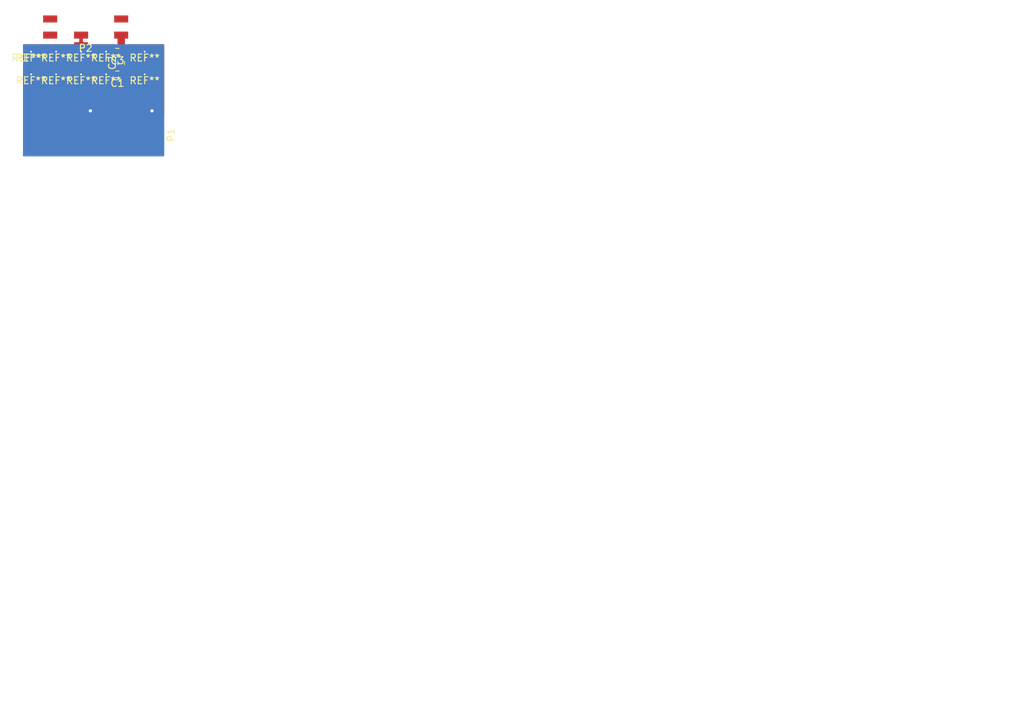
<source format=kicad_pcb>
(kicad_pcb (version 4) (host pcbnew 4.0.5)

  (general
    (links 28)
    (no_connects 5)
    (area 0 0 0 0)
    (thickness 1.6)
    (drawings 7)
    (tracks 0)
    (zones 0)
    (modules 16)
    (nets 5)
  )

  (page A4)
  (layers
    (0 F.Cu signal)
    (31 B.Cu signal)
    (32 B.Adhes user)
    (33 F.Adhes user)
    (34 B.Paste user)
    (35 F.Paste user)
    (36 B.SilkS user)
    (37 F.SilkS user)
    (38 B.Mask user)
    (39 F.Mask user)
    (40 Dwgs.User user)
    (41 Cmts.User user)
    (42 Eco1.User user)
    (43 Eco2.User user)
    (44 Edge.Cuts user)
    (45 Margin user)
    (46 B.CrtYd user)
    (47 F.CrtYd user)
    (48 B.Fab user)
    (49 F.Fab user)
  )

  (setup
    (last_trace_width 0.9652)
    (trace_clearance 0.3048)
    (zone_clearance 0.254)
    (zone_45_only yes)
    (trace_min 0.127)
    (segment_width 0.2)
    (edge_width 0.15)
    (via_size 0.508)
    (via_drill 0.254)
    (via_min_size 0.254)
    (via_min_drill 0.254)
    (uvia_size 0.2032)
    (uvia_drill 0.1524)
    (uvias_allowed no)
    (uvia_min_size 0.2032)
    (uvia_min_drill 0.1524)
    (pcb_text_width 0.3)
    (pcb_text_size 1.5 1.5)
    (mod_edge_width 0.15)
    (mod_text_size 1 1)
    (mod_text_width 0.15)
    (pad_size 0.3556 0.3556)
    (pad_drill 0.254)
    (pad_to_mask_clearance 0.2)
    (aux_axis_origin 129.6416 114.4778)
    (grid_origin 129.6416 114.4778)
    (visible_elements FFFFFF5F)
    (pcbplotparams
      (layerselection 0x030f0_80000001)
      (usegerberextensions false)
      (excludeedgelayer true)
      (linewidth 0.127000)
      (plotframeref false)
      (viasonmask false)
      (mode 1)
      (useauxorigin true)
      (hpglpennumber 1)
      (hpglpenspeed 20)
      (hpglpendiameter 15)
      (hpglpenoverlay 2)
      (psnegative false)
      (psa4output false)
      (plotreference true)
      (plotvalue true)
      (plotinvisibletext false)
      (padsonsilk false)
      (subtractmaskfromsilk false)
      (outputformat 1)
      (mirror false)
      (drillshape 0)
      (scaleselection 1)
      (outputdirectory ""))
  )

  (net 0 "")
  (net 1 "Net-(C1-Pad1)")
  (net 2 GND)
  (net 3 "Net-(P2-Pad2)")
  (net 4 "Net-(C2-Pad2)")

  (net_class Default "This is the default net class."
    (clearance 0.3048)
    (trace_width 0.9652)
    (via_dia 0.508)
    (via_drill 0.254)
    (uvia_dia 0.2032)
    (uvia_drill 0.1524)
    (add_net GND)
    (add_net "Net-(C1-Pad1)")
    (add_net "Net-(C2-Pad2)")
    (add_net "Net-(P2-Pad2)")
  )

  (module Capacitors_SMD:C_0402 (layer F.Cu) (tedit 58AA841A) (tstamp 58AFF6F2)
    (at 143.0655 102.7938 180)
    (descr "Capacitor SMD 0402, reflow soldering, AVX (see smccp.pdf)")
    (tags "capacitor 0402")
    (path /58AFF2AE)
    (attr smd)
    (fp_text reference C1 (at 0 -1.27 180) (layer F.SilkS)
      (effects (font (size 1 1) (thickness 0.15)))
    )
    (fp_text value C (at 0 1.27 180) (layer F.Fab)
      (effects (font (size 1 1) (thickness 0.15)))
    )
    (fp_text user %R (at 0 -1.27 180) (layer F.Fab)
      (effects (font (size 1 1) (thickness 0.15)))
    )
    (fp_line (start -0.5 0.25) (end -0.5 -0.25) (layer F.Fab) (width 0.1))
    (fp_line (start 0.5 0.25) (end -0.5 0.25) (layer F.Fab) (width 0.1))
    (fp_line (start 0.5 -0.25) (end 0.5 0.25) (layer F.Fab) (width 0.1))
    (fp_line (start -0.5 -0.25) (end 0.5 -0.25) (layer F.Fab) (width 0.1))
    (fp_line (start 0.25 -0.47) (end -0.25 -0.47) (layer F.SilkS) (width 0.12))
    (fp_line (start -0.25 0.47) (end 0.25 0.47) (layer F.SilkS) (width 0.12))
    (fp_line (start -1 -0.4) (end 1 -0.4) (layer F.CrtYd) (width 0.05))
    (fp_line (start -1 -0.4) (end -1 0.4) (layer F.CrtYd) (width 0.05))
    (fp_line (start 1 0.4) (end 1 -0.4) (layer F.CrtYd) (width 0.05))
    (fp_line (start 1 0.4) (end -1 0.4) (layer F.CrtYd) (width 0.05))
    (pad 1 smd rect (at -0.55 0 180) (size 0.6 0.5) (layers F.Cu F.Paste F.Mask)
      (net 1 "Net-(C1-Pad1)"))
    (pad 2 smd rect (at 0.55 0 180) (size 0.6 0.5) (layers F.Cu F.Paste F.Mask)
      (net 2 GND))
    (model Capacitors_SMD.3dshapes/C_0402.wrl
      (at (xyz 0 0 0))
      (scale (xyz 1 1 1))
      (rotate (xyz 0 0 0))
    )
  )

  (module Capacitors_SMD:C_0402 (layer F.Cu) (tedit 58AA841A) (tstamp 58AFF703)
    (at 143.6116 101.1809 90)
    (descr "Capacitor SMD 0402, reflow soldering, AVX (see smccp.pdf)")
    (tags "capacitor 0402")
    (path /58AFF321)
    (attr smd)
    (fp_text reference C2 (at 0 -1.27 90) (layer F.SilkS)
      (effects (font (size 1 1) (thickness 0.15)))
    )
    (fp_text value C (at 0 1.27 90) (layer F.Fab)
      (effects (font (size 1 1) (thickness 0.15)))
    )
    (fp_text user %R (at 0 -1.27 90) (layer F.Fab)
      (effects (font (size 1 1) (thickness 0.15)))
    )
    (fp_line (start -0.5 0.25) (end -0.5 -0.25) (layer F.Fab) (width 0.1))
    (fp_line (start 0.5 0.25) (end -0.5 0.25) (layer F.Fab) (width 0.1))
    (fp_line (start 0.5 -0.25) (end 0.5 0.25) (layer F.Fab) (width 0.1))
    (fp_line (start -0.5 -0.25) (end 0.5 -0.25) (layer F.Fab) (width 0.1))
    (fp_line (start 0.25 -0.47) (end -0.25 -0.47) (layer F.SilkS) (width 0.12))
    (fp_line (start -0.25 0.47) (end 0.25 0.47) (layer F.SilkS) (width 0.12))
    (fp_line (start -1 -0.4) (end 1 -0.4) (layer F.CrtYd) (width 0.05))
    (fp_line (start -1 -0.4) (end -1 0.4) (layer F.CrtYd) (width 0.05))
    (fp_line (start 1 0.4) (end 1 -0.4) (layer F.CrtYd) (width 0.05))
    (fp_line (start 1 0.4) (end -1 0.4) (layer F.CrtYd) (width 0.05))
    (pad 1 smd rect (at -0.55 0 90) (size 0.6 0.5) (layers F.Cu F.Paste F.Mask)
      (net 1 "Net-(C1-Pad1)"))
    (pad 2 smd rect (at 0.55 0 90) (size 0.6 0.5) (layers F.Cu F.Paste F.Mask)
      (net 4 "Net-(C2-Pad2)"))
    (model Capacitors_SMD.3dshapes/C_0402.wrl
      (at (xyz 0 0 0))
      (scale (xyz 1 1 1))
      (rotate (xyz 0 0 0))
    )
  )

  (module Capacitors_SMD:C_0402 (layer F.Cu) (tedit 58AA841A) (tstamp 58AFF714)
    (at 143.0655 99.568 180)
    (descr "Capacitor SMD 0402, reflow soldering, AVX (see smccp.pdf)")
    (tags "capacitor 0402")
    (path /58AFF346)
    (attr smd)
    (fp_text reference C3 (at 0 -1.27 180) (layer F.SilkS)
      (effects (font (size 1 1) (thickness 0.15)))
    )
    (fp_text value C (at 0 1.27 180) (layer F.Fab)
      (effects (font (size 1 1) (thickness 0.15)))
    )
    (fp_text user %R (at 0 -1.27 180) (layer F.Fab)
      (effects (font (size 1 1) (thickness 0.15)))
    )
    (fp_line (start -0.5 0.25) (end -0.5 -0.25) (layer F.Fab) (width 0.1))
    (fp_line (start 0.5 0.25) (end -0.5 0.25) (layer F.Fab) (width 0.1))
    (fp_line (start 0.5 -0.25) (end 0.5 0.25) (layer F.Fab) (width 0.1))
    (fp_line (start -0.5 -0.25) (end 0.5 -0.25) (layer F.Fab) (width 0.1))
    (fp_line (start 0.25 -0.47) (end -0.25 -0.47) (layer F.SilkS) (width 0.12))
    (fp_line (start -0.25 0.47) (end 0.25 0.47) (layer F.SilkS) (width 0.12))
    (fp_line (start -1 -0.4) (end 1 -0.4) (layer F.CrtYd) (width 0.05))
    (fp_line (start -1 -0.4) (end -1 0.4) (layer F.CrtYd) (width 0.05))
    (fp_line (start 1 0.4) (end 1 -0.4) (layer F.CrtYd) (width 0.05))
    (fp_line (start 1 0.4) (end -1 0.4) (layer F.CrtYd) (width 0.05))
    (pad 1 smd rect (at -0.55 0 180) (size 0.6 0.5) (layers F.Cu F.Paste F.Mask)
      (net 4 "Net-(C2-Pad2)"))
    (pad 2 smd rect (at 0.55 0 180) (size 0.6 0.5) (layers F.Cu F.Paste F.Mask)
      (net 2 GND))
    (model Capacitors_SMD.3dshapes/C_0402.wrl
      (at (xyz 0 0 0))
      (scale (xyz 1 1 1))
      (rotate (xyz 0 0 0))
    )
  )

  (module Connectors_Molex:Molex_SMA_Jack_Edge_Mount (layer F.Cu) (tedit 587D2992) (tstamp 58AFF739)
    (at 143.6116 109.7153 90)
    (descr "Molex SMA Jack, Edge Mount, http://www.molex.com/pdm_docs/sd/732511150_sd.pdf")
    (tags "sma edge")
    (path /58AFF1E9)
    (attr smd)
    (fp_text reference P1 (at -1.72 7.11 90) (layer F.SilkS)
      (effects (font (size 1 1) (thickness 0.15)))
    )
    (fp_text value CONN_01X02 (at -1.72 -7.11 90) (layer F.Fab)
      (effects (font (size 1 1) (thickness 0.15)))
    )
    (fp_line (start -4.76 -0.38) (end 0.49 -0.38) (layer F.Fab) (width 0.1))
    (fp_line (start -4.76 0.38) (end 0.49 0.38) (layer F.Fab) (width 0.1))
    (fp_line (start 0.49 -0.38) (end 0.49 0.38) (layer F.Fab) (width 0.1))
    (fp_line (start 0.49 3.75) (end 0.49 4.76) (layer F.Fab) (width 0.1))
    (fp_line (start 0.49 -4.76) (end 0.49 -3.75) (layer F.Fab) (width 0.1))
    (fp_line (start -14.29 -6.09) (end -14.29 6.09) (layer F.CrtYd) (width 0.05))
    (fp_line (start -14.29 6.09) (end 2.71 6.09) (layer F.CrtYd) (width 0.05))
    (fp_line (start 2.71 -6.09) (end 2.71 6.09) (layer B.CrtYd) (width 0.05))
    (fp_line (start -14.29 -6.09) (end 2.71 -6.09) (layer B.CrtYd) (width 0.05))
    (fp_line (start -14.29 -6.09) (end -14.29 6.09) (layer B.CrtYd) (width 0.05))
    (fp_line (start -14.29 6.09) (end 2.71 6.09) (layer B.CrtYd) (width 0.05))
    (fp_line (start 2.71 -6.09) (end 2.71 6.09) (layer F.CrtYd) (width 0.05))
    (fp_line (start 2.71 -6.09) (end -14.29 -6.09) (layer F.CrtYd) (width 0.05))
    (fp_line (start -4.76 -3.75) (end 0.49 -3.75) (layer F.Fab) (width 0.1))
    (fp_line (start -4.76 3.75) (end 0.49 3.75) (layer F.Fab) (width 0.1))
    (fp_line (start -13.79 -2.65) (end -5.91 -2.65) (layer F.Fab) (width 0.1))
    (fp_line (start -13.79 -2.65) (end -13.79 2.65) (layer F.Fab) (width 0.1))
    (fp_line (start -13.79 2.65) (end -5.91 2.65) (layer F.Fab) (width 0.1))
    (fp_line (start -4.76 -3.75) (end -4.76 3.75) (layer F.Fab) (width 0.1))
    (fp_line (start 0.49 -4.76) (end -5.91 -4.76) (layer F.Fab) (width 0.1))
    (fp_line (start -5.91 -4.76) (end -5.91 4.76) (layer F.Fab) (width 0.1))
    (fp_line (start -5.91 4.76) (end 0.49 4.76) (layer F.Fab) (width 0.1))
    (pad 1 smd rect (at -1.72 0 90) (size 5.08 2.29) (layers F.Cu F.Paste F.Mask)
      (net 1 "Net-(C1-Pad1)"))
    (pad 2 smd rect (at -1.72 -4.38 90) (size 5.08 2.42) (layers F.Cu F.Paste F.Mask)
      (net 2 GND))
    (pad 2 smd rect (at -1.72 4.38 90) (size 5.08 2.42) (layers F.Cu F.Paste F.Mask)
      (net 2 GND))
    (pad 2 smd rect (at -1.72 -4.38 90) (size 5.08 2.42) (layers B.Cu B.Paste B.Mask)
      (net 2 GND))
    (pad 2 smd rect (at -1.72 4.38 90) (size 5.08 2.42) (layers B.Cu B.Paste B.Mask)
      (net 2 GND))
    (pad 2 thru_hole circle (at 1.72 -4.38 90) (size 0.97 0.97) (drill 0.46) (layers *.Cu)
      (net 2 GND))
    (pad 2 thru_hole circle (at 1.72 4.38 90) (size 0.97 0.97) (drill 0.46) (layers *.Cu)
      (net 2 GND))
    (pad 2 smd rect (at 1.27 -4.38 90) (size 0.89 0.46) (layers F.Cu)
      (net 2 GND))
    (pad 2 smd rect (at 1.27 4.38 90) (size 0.89 0.46) (layers F.Cu)
      (net 2 GND))
    (pad 2 smd rect (at 1.27 -4.38 90) (size 0.89 0.46) (layers B.Cu)
      (net 2 GND))
    (pad 2 smd rect (at 1.27 4.38 90) (size 0.89 0.46) (layers B.Cu)
      (net 2 GND))
  )

  (module Chip_Antennas:Antenova_Rufa_A5887 (layer F.Cu) (tedit 58AFF7C7) (tstamp 58AFFA06)
    (at 138.557 96.0628)
    (path /58AFFE4A)
    (fp_text reference P2 (at 0 3) (layer F.SilkS)
      (effects (font (size 1 1) (thickness 0.15)))
    )
    (fp_text value CONN_01X03 (at 0 -3) (layer F.Fab)
      (effects (font (size 1 1) (thickness 0.15)))
    )
    (fp_line (start -8.4 2.45) (end -8.4 -1.95) (layer F.CrtYd) (width 0.15))
    (fp_line (start -8.4 -1.95) (end 8.4 -1.95) (layer F.CrtYd) (width 0.15))
    (fp_line (start 8.4 -1.95) (end 8.4 2.45) (layer F.CrtYd) (width 0.15))
    (fp_line (start 8.4 2.45) (end -8.4 2.45) (layer F.CrtYd) (width 0.15))
    (fp_line (start -6.4 1.95) (end -6.4 -1.95) (layer F.Fab) (width 0.15))
    (fp_line (start -6.4 -1.95) (end 6.4 -1.95) (layer F.Fab) (width 0.15))
    (fp_line (start 6.4 -1.95) (end 6.4 1.95) (layer F.Fab) (width 0.15))
    (fp_line (start 6.4 1.95) (end -6.4 1.95) (layer F.Fab) (width 0.15))
    (pad 3 smd rect (at -0.65 1.15) (size 2 1) (layers F.Cu F.Paste F.Mask)
      (net 2 GND))
    (pad 1 smd rect (at 5.05 1.15) (size 2 1) (layers F.Cu F.Paste F.Mask)
      (net 4 "Net-(C2-Pad2)"))
    (pad 2 smd rect (at 5.05 -1.15) (size 2 1) (layers F.Cu F.Paste F.Mask)
      (net 3 "Net-(P2-Pad2)"))
    (pad 2 smd rect (at -5.05 1.15) (size 2 1) (layers F.Cu F.Paste F.Mask)
      (net 3 "Net-(P2-Pad2)"))
    (pad 2 smd rect (at -5.05 -1.15) (size 2 1) (layers F.Cu F.Paste F.Mask)
      (net 3 "Net-(P2-Pad2)"))
  )

  (module Other:Via_Stitch (layer F.Cu) (tedit 58B00F96) (tstamp 58B00F80)
    (at 137.9093 99.568)
    (fp_text reference REF** (at 0 0.889) (layer F.SilkS)
      (effects (font (size 1 1) (thickness 0.15)))
    )
    (fp_text value Via_Stitch (at 0 -0.889) (layer F.Fab)
      (effects (font (size 1 1) (thickness 0.15)))
    )
    (pad 1 thru_hole circle (at 0 0) (size 0.3556 0.3556) (drill 0.254) (layers *.Cu F.Adhes)
      (net 2 GND) (zone_connect 2))
  )

  (module Other:Via_Stitch (layer F.Cu) (tedit 58B010A6) (tstamp 58B0100D)
    (at 130.1623 99.568)
    (fp_text reference REF** (at 0 0.889) (layer F.SilkS)
      (effects (font (size 1 1) (thickness 0.15)))
    )
    (fp_text value Via_Stitch (at 0 -0.889) (layer F.Fab)
      (effects (font (size 1 1) (thickness 0.15)))
    )
  )

  (module Other:Via_Stitch (layer F.Cu) (tedit 58B0109A) (tstamp 58B0106E)
    (at 141.4653 99.568)
    (fp_text reference REF** (at 0 0.889) (layer F.SilkS)
      (effects (font (size 1 1) (thickness 0.15)))
    )
    (fp_text value Via_Stitch (at 0 -0.889) (layer F.Fab)
      (effects (font (size 1 1) (thickness 0.15)))
    )
    (pad 1 thru_hole circle (at 0 0) (size 0.3556 0.3556) (drill 0.254) (layers *.Cu F.Adhes)
      (net 2 GND) (zone_connect 2))
  )

  (module Other:Via_Stitch (layer F.Cu) (tedit 58B01177) (tstamp 58B010DE)
    (at 134.3533 99.568)
    (fp_text reference REF** (at 0 0.889) (layer F.SilkS)
      (effects (font (size 1 1) (thickness 0.15)))
    )
    (fp_text value Via_Stitch (at 0 -0.889) (layer F.Fab)
      (effects (font (size 1 1) (thickness 0.15)))
    )
    (pad 1 thru_hole circle (at 0 0) (size 0.3556 0.3556) (drill 0.254) (layers *.Cu F.Adhes)
      (net 2 GND) (zone_connect 2))
  )

  (module Other:Via_Stitch (layer F.Cu) (tedit 58B0117D) (tstamp 58B010F4)
    (at 130.7973 99.568)
    (fp_text reference REF** (at 0 0.889) (layer F.SilkS)
      (effects (font (size 1 1) (thickness 0.15)))
    )
    (fp_text value Via_Stitch (at 0 -0.889) (layer F.Fab)
      (effects (font (size 1 1) (thickness 0.15)))
    )
    (pad 1 thru_hole circle (at 0 0) (size 0.3556 0.3556) (drill 0.254) (layers *.Cu F.Adhes)
      (net 2 GND) (zone_connect 2))
  )

  (module Other:Via_Stitch (layer F.Cu) (tedit 58B0119F) (tstamp 58B0113B)
    (at 141.4653 102.7938)
    (fp_text reference REF** (at 0 0.889) (layer F.SilkS)
      (effects (font (size 1 1) (thickness 0.15)))
    )
    (fp_text value Via_Stitch (at 0 -0.889) (layer F.Fab)
      (effects (font (size 1 1) (thickness 0.15)))
    )
    (pad 1 thru_hole circle (at 0 0) (size 0.3556 0.3556) (drill 0.254) (layers *.Cu F.Adhes)
      (net 2 GND) (zone_connect 2))
  )

  (module Other:Via_Stitch (layer F.Cu) (tedit 58B0119A) (tstamp 58B01151)
    (at 137.9093 102.7938)
    (fp_text reference REF** (at 0 0.889) (layer F.SilkS)
      (effects (font (size 1 1) (thickness 0.15)))
    )
    (fp_text value Via_Stitch (at 0 -0.889) (layer F.Fab)
      (effects (font (size 1 1) (thickness 0.15)))
    )
    (pad 1 thru_hole circle (at 0 0) (size 0.3556 0.3556) (drill 0.254) (layers *.Cu F.Adhes)
      (net 2 GND) (zone_connect 2))
  )

  (module Other:Via_Stitch (layer F.Cu) (tedit 58B01192) (tstamp 58B01161)
    (at 134.3533 102.7938)
    (fp_text reference REF** (at 0 0.889) (layer F.SilkS)
      (effects (font (size 1 1) (thickness 0.15)))
    )
    (fp_text value Via_Stitch (at 0 -0.889) (layer F.Fab)
      (effects (font (size 1 1) (thickness 0.15)))
    )
    (pad 1 thru_hole circle (at 0 0) (size 0.3556 0.3556) (drill 0.254) (layers *.Cu F.Adhes)
      (net 2 GND) (zone_connect 2))
  )

  (module Other:Via_Stitch (layer F.Cu) (tedit 58B0118C) (tstamp 58B01170)
    (at 130.7973 102.7938)
    (fp_text reference REF** (at 0 0.889) (layer F.SilkS)
      (effects (font (size 1 1) (thickness 0.15)))
    )
    (fp_text value Via_Stitch (at 0 -0.889) (layer F.Fab)
      (effects (font (size 1 1) (thickness 0.15)))
    )
    (pad 1 thru_hole circle (at 0 0) (size 0.3556 0.3556) (drill 0.254) (layers *.Cu F.Adhes)
      (net 2 GND) (zone_connect 2))
  )

  (module Other:Via_Stitch (layer F.Cu) (tedit 58B01340) (tstamp 58B011F1)
    (at 146.9517 99.568)
    (fp_text reference REF** (at 0 0.889) (layer F.SilkS)
      (effects (font (size 1 1) (thickness 0.15)))
    )
    (fp_text value Via_Stitch (at 0 -0.889) (layer F.Fab)
      (effects (font (size 1 1) (thickness 0.15)))
    )
    (pad 1 thru_hole circle (at 0 0) (size 0.3556 0.3556) (drill 0.254) (layers *.Cu F.Adhes)
      (net 2 GND) (zone_connect 2))
  )

  (module Other:Via_Stitch (layer F.Cu) (tedit 58B0134A) (tstamp 58B01247)
    (at 146.9517 102.7938)
    (fp_text reference REF** (at 0 0.889) (layer F.SilkS)
      (effects (font (size 1 1) (thickness 0.15)))
    )
    (fp_text value Via_Stitch (at 0 -0.889) (layer F.Fab)
      (effects (font (size 1 1) (thickness 0.15)))
    )
    (pad 1 thru_hole circle (at 0 0) (size 0.3556 0.3556) (drill 0.254) (layers *.Cu F.Adhes)
      (net 2 GND) (zone_connect 2))
  )

  (gr_text 0.1 (at 269.9766 193.2178) (layer Cmts.User)
    (effects (font (size 1.5 1.5) (thickness 0.3)))
  )
  (gr_text "February 24, 2017" (at 216.6366 193.2178) (layer Cmts.User)
    (effects (font (size 1.5 1.5) (thickness 0.3)))
  )
  (gr_text "Antenova Rufa Chip Antenna Test Board" (at 209.0166 189.4078) (layer Cmts.User)
    (effects (font (size 1.5 1.5) (thickness 0.3)))
  )
  (gr_line (start 149.733 93.6117) (end 129.6416 93.6117) (angle 90) (layer Margin) (width 0.2))
  (gr_line (start 149.733 114.4778) (end 149.733 93.6117) (angle 90) (layer Margin) (width 0.2))
  (gr_line (start 129.6416 114.4778) (end 149.733 114.4778) (angle 90) (layer Margin) (width 0.2))
  (gr_line (start 129.6416 93.6117) (end 129.6416 114.4778) (angle 90) (layer Margin) (width 0.2))

  (zone (net 2) (net_name GND) (layer F.Cu) (tstamp 58AFFF8B) (hatch edge 0.508)
    (connect_pads (clearance 0.254))
    (min_thickness 0.254)
    (fill yes (arc_segments 16) (thermal_gap 0.508) (thermal_bridge_width 0.508))
    (polygon
      (pts
        (xy 138.8999 98.5139) (xy 149.733 98.5139) (xy 149.733 114.4778) (xy 129.6416 114.4778) (xy 129.6416 98.5139)
        (xy 136.906 98.5139) (xy 136.906 97.2058) (xy 138.8999 97.2058)
      )
    )
    (filled_polygon
      (pts
        (xy 138.054 97.3398) (xy 138.034 97.3398) (xy 138.034 98.18905) (xy 138.19275 98.3478) (xy 138.7729 98.3478)
        (xy 138.7729 98.5139) (xy 138.782906 98.56331) (xy 138.811347 98.604935) (xy 138.853741 98.632215) (xy 138.8999 98.6409)
        (xy 142.6972 98.6409) (xy 142.6972 98.78705) (xy 142.6425 98.84175) (xy 142.6425 99.443) (xy 142.6625 99.443)
        (xy 142.6625 99.693) (xy 142.6425 99.693) (xy 142.6425 100.29425) (xy 142.6972 100.34895) (xy 142.6972 100.9396)
        (xy 142.723256 101.078077) (xy 142.790094 101.181946) (xy 142.727217 101.27397) (xy 142.6972 101.4222) (xy 142.6972 102.01285)
        (xy 142.6425 102.06755) (xy 142.6425 102.6688) (xy 142.6625 102.6688) (xy 142.6625 102.9188) (xy 142.6425 102.9188)
        (xy 142.6425 103.52005) (xy 142.6972 103.57475) (xy 142.6972 108.455041) (xy 142.4666 108.455041) (xy 142.306585 108.48515)
        (xy 142.15962 108.579719) (xy 142.061027 108.724015) (xy 142.026341 108.8953) (xy 142.026341 113.9753) (xy 142.05645 114.135315)
        (xy 142.151019 114.28228) (xy 142.251302 114.3508) (xy 140.964125 114.3508) (xy 140.979927 114.334998) (xy 141.0766 114.101609)
        (xy 141.0766 111.72105) (xy 140.91785 111.5623) (xy 139.3586 111.5623) (xy 139.3586 111.5823) (xy 139.1046 111.5823)
        (xy 139.1046 111.5623) (xy 137.54535 111.5623) (xy 137.3866 111.72105) (xy 137.3866 114.101609) (xy 137.483273 114.334998)
        (xy 137.499075 114.3508) (xy 129.7686 114.3508) (xy 129.7686 108.768991) (xy 137.3866 108.768991) (xy 137.3866 111.14955)
        (xy 137.54535 111.3083) (xy 139.1046 111.3083) (xy 139.1046 111.2883) (xy 139.3586 111.2883) (xy 139.3586 111.3083)
        (xy 140.91785 111.3083) (xy 141.0766 111.14955) (xy 141.0766 108.768991) (xy 140.979927 108.535602) (xy 140.801299 108.356973)
        (xy 140.56791 108.2603) (xy 140.323729 108.2603) (xy 140.364749 108.136736) (xy 140.332618 107.692332) (xy 140.224368 107.430992)
        (xy 140.0108 107.395705) (xy 139.882915 107.52359) (xy 139.821299 107.461973) (xy 139.654438 107.392857) (xy 139.831195 107.2161)
        (xy 139.795908 107.002532) (xy 139.373036 106.862151) (xy 138.928632 106.894282) (xy 138.667292 107.002532) (xy 138.632005 107.2161)
        (xy 138.808762 107.392857) (xy 138.641901 107.461973) (xy 138.580285 107.52359) (xy 138.4524 107.395705) (xy 138.238832 107.430992)
        (xy 138.098451 107.853864) (xy 138.127837 108.2603) (xy 137.89529 108.2603) (xy 137.661901 108.356973) (xy 137.483273 108.535602)
        (xy 137.3866 108.768991) (xy 129.7686 108.768991) (xy 129.7686 103.07755) (xy 141.5805 103.07755) (xy 141.5805 103.17011)
        (xy 141.677173 103.403499) (xy 141.855802 103.582127) (xy 142.089191 103.6788) (xy 142.22975 103.6788) (xy 142.3885 103.52005)
        (xy 142.3885 102.9188) (xy 141.73925 102.9188) (xy 141.5805 103.07755) (xy 129.7686 103.07755) (xy 129.7686 102.41749)
        (xy 141.5805 102.41749) (xy 141.5805 102.51005) (xy 141.73925 102.6688) (xy 142.3885 102.6688) (xy 142.3885 102.06755)
        (xy 142.22975 101.9088) (xy 142.089191 101.9088) (xy 141.855802 102.005473) (xy 141.677173 102.184101) (xy 141.5805 102.41749)
        (xy 129.7686 102.41749) (xy 129.7686 99.85175) (xy 141.5805 99.85175) (xy 141.5805 99.94431) (xy 141.677173 100.177699)
        (xy 141.855802 100.356327) (xy 142.089191 100.453) (xy 142.22975 100.453) (xy 142.3885 100.29425) (xy 142.3885 99.693)
        (xy 141.73925 99.693) (xy 141.5805 99.85175) (xy 129.7686 99.85175) (xy 129.7686 99.19169) (xy 141.5805 99.19169)
        (xy 141.5805 99.28425) (xy 141.73925 99.443) (xy 142.3885 99.443) (xy 142.3885 98.84175) (xy 142.22975 98.683)
        (xy 142.089191 98.683) (xy 141.855802 98.779673) (xy 141.677173 98.958301) (xy 141.5805 99.19169) (xy 129.7686 99.19169)
        (xy 129.7686 98.6409) (xy 136.906 98.6409) (xy 136.95541 98.630894) (xy 136.997035 98.602453) (xy 137.024315 98.560059)
        (xy 137.033 98.5139) (xy 137.033 98.3478) (xy 137.62125 98.3478) (xy 137.78 98.18905) (xy 137.78 97.3398)
        (xy 137.76 97.3398) (xy 137.76 97.3328) (xy 138.054 97.3328)
      )
    )
    (filled_polygon
      (pts
        (xy 149.606 108.401674) (xy 149.561299 108.356973) (xy 149.32791 108.2603) (xy 149.083729 108.2603) (xy 149.124749 108.136736)
        (xy 149.092618 107.692332) (xy 148.984368 107.430992) (xy 148.7708 107.395705) (xy 148.642915 107.52359) (xy 148.581299 107.461973)
        (xy 148.414438 107.392857) (xy 148.591195 107.2161) (xy 148.555908 107.002532) (xy 148.133036 106.862151) (xy 147.688632 106.894282)
        (xy 147.427292 107.002532) (xy 147.392005 107.2161) (xy 147.568762 107.392857) (xy 147.401901 107.461973) (xy 147.340285 107.52359)
        (xy 147.2124 107.395705) (xy 146.998832 107.430992) (xy 146.858451 107.853864) (xy 146.887837 108.2603) (xy 146.65529 108.2603)
        (xy 146.421901 108.356973) (xy 146.243273 108.535602) (xy 146.1466 108.768991) (xy 146.1466 111.14955) (xy 146.30535 111.3083)
        (xy 147.8646 111.3083) (xy 147.8646 111.2883) (xy 148.1186 111.2883) (xy 148.1186 111.3083) (xy 148.1386 111.3083)
        (xy 148.1386 111.5623) (xy 148.1186 111.5623) (xy 148.1186 111.5823) (xy 147.8646 111.5823) (xy 147.8646 111.5623)
        (xy 146.30535 111.5623) (xy 146.1466 111.72105) (xy 146.1466 114.101609) (xy 146.243273 114.334998) (xy 146.259075 114.3508)
        (xy 144.970463 114.3508) (xy 145.06358 114.290881) (xy 145.162173 114.146585) (xy 145.196859 113.9753) (xy 145.196859 108.8953)
        (xy 145.16675 108.735285) (xy 145.072181 108.58832) (xy 144.927885 108.489727) (xy 144.7566 108.455041) (xy 144.526 108.455041)
        (xy 144.526 101.4222) (xy 144.499944 101.283723) (xy 144.433106 101.179854) (xy 144.495983 101.08783) (xy 144.526 100.9396)
        (xy 144.526 98.6409) (xy 149.606 98.6409)
      )
    )
  )
  (zone (net 4) (net_name "Net-(C2-Pad2)") (layer F.Cu) (tstamp 58B00705) (hatch edge 0.508)
    (priority 1)
    (connect_pads yes (clearance 0.254))
    (min_thickness 0.254)
    (fill yes (arc_segments 16) (thermal_gap 0.508) (thermal_bridge_width 0.508))
    (polygon
      (pts
        (xy 144.145 97.2058) (xy 144.145 100.9396) (xy 143.0782 100.9396) (xy 143.0782 97.2058)
      )
    )
    (filled_polygon
      (pts
        (xy 144.018 100.8126) (xy 143.2052 100.8126) (xy 143.2052 100.012516) (xy 143.221073 99.989285) (xy 143.255759 99.818)
        (xy 143.255759 99.318) (xy 143.22565 99.157985) (xy 143.2052 99.126205) (xy 143.2052 97.3328) (xy 144.018 97.3328)
      )
    )
  )
  (zone (net 1) (net_name "Net-(C1-Pad1)") (layer F.Cu) (tstamp 58B00A39) (hatch edge 0.508)
    (priority 1)
    (connect_pads yes (clearance 0.254))
    (min_thickness 0.254)
    (fill yes (arc_segments 16) (thermal_gap 0.508) (thermal_bridge_width 0.508))
    (polygon
      (pts
        (xy 144.145 111.4425) (xy 143.0782 111.4425) (xy 143.0782 101.4222) (xy 144.145 101.4222)
      )
    )
    (filled_polygon
      (pts
        (xy 144.018 111.3155) (xy 143.2052 111.3155) (xy 143.2052 103.238316) (xy 143.221073 103.215085) (xy 143.255759 103.0438)
        (xy 143.255759 102.5438) (xy 143.22565 102.383785) (xy 143.2052 102.352005) (xy 143.2052 101.5492) (xy 144.018 101.5492)
      )
    )
  )
  (zone (net 2) (net_name GND) (layer B.Cu) (tstamp 58B00AAF) (hatch edge 0.508)
    (priority 1)
    (connect_pads yes (clearance 0.254))
    (min_thickness 0.254)
    (fill yes (arc_segments 16) (thermal_gap 0.508) (thermal_bridge_width 0.508))
    (polygon
      (pts
        (xy 129.6416 98.5139) (xy 149.733 98.5139) (xy 149.733 114.4778) (xy 129.6416 114.4778)
      )
    )
    (filled_polygon
      (pts
        (xy 149.606 114.3508) (xy 129.7686 114.3508) (xy 129.7686 98.6409) (xy 149.606 98.6409)
      )
    )
  )
)

</source>
